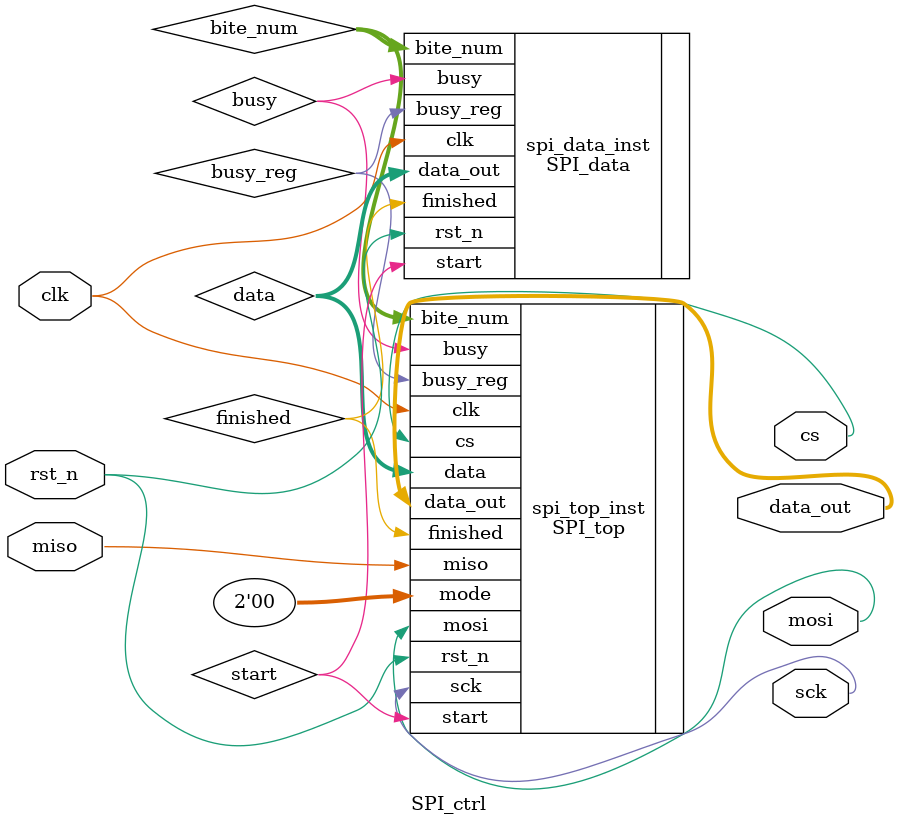
<source format=v>
`timescale 1ns / 1ps


module SPI_ctrl(
    input                               clk                        ,//系统时钟 2倍SPI时钟
    input                               rst_n                      ,//系统复位   

    //SPI端口

    input                               miso                       ,//从设备发送数据
    output                              sck                        ,//时钟信号
    output                              mosi                       ,//主设备发送数据
    output                              cs                         ,//片选信号

    //读取数据

    output             [  63: 0]        data_out                    //读取数据
    );

    parameter                           mode                        = 2'b00 ;   //SPI工作模式 默认 CPOL=0, CPHA=0

    wire                                start                       ;//开始信号
    wire               [  63: 0]        data                        ;//主设备发送数据
    wire                                finished                    ;//完成信号

    wire                                busy                        ;//忙信号
    wire                                busy_reg                    ;//忙信号寄存器

    wire               [   2: 0]        bite_num                    ;//主设备发送数据宽度

    // wire               [  63: 0]        data_out                    ;//从设备接收数据

    //SPI协议模块
    SPI_top spi_top_inst (
    .clk                                (clk                       ),
    .rst_n                              (rst_n                     ),
        //控制信号
    .start                              (start                     ),
    .finished                           (finished                  ),
        //SPI端口
    .miso                               (miso                      ),
    .mode                               (mode                      ),
    .sck                                (sck                       ),
    .mosi                               (mosi                      ),
    .cs                                 (cs                        ),
        //状态信号
    .busy                               (busy                      ),//忙信号
    .busy_reg                           (busy_reg                  ),//忙信号寄存器
        //数据
    .bite_num                           (bite_num                  ),//发送数据宽度
    .data                               (data                      ),//发送数据
    .data_out                           (data_out                  ) //接收数据

    );

    //SPI发送数据
    SPI_data spi_data_inst (
    .clk                                (clk                       ),
    .rst_n                              (rst_n                     ),
    .busy                               (busy                      ),
    .busy_reg                           (busy_reg                  ),
    .start                              (start                     ),
    .finished                           (finished                  ),
    .data_out                           (data                      ),
    .bite_num                           (bite_num                  ) 
    );

    // ila_0 ila_inst (
    // .clk                                (clk                       ),
    // .probe0                             (data_out                  ) 
    // );
    
endmodule

</source>
